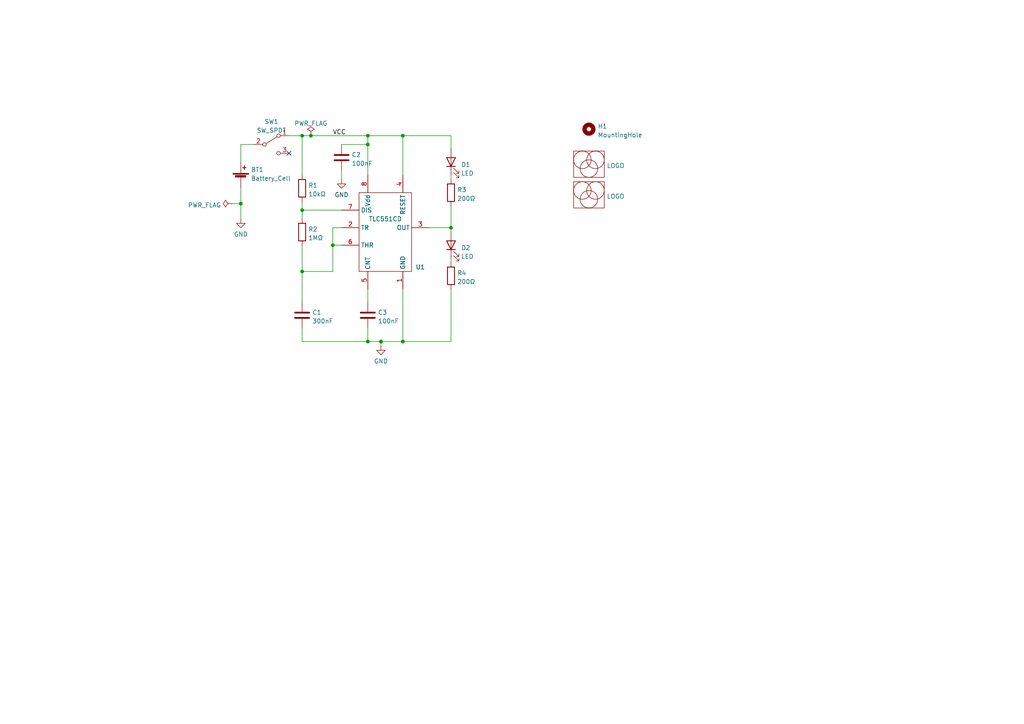
<source format=kicad_sch>
(kicad_sch (version 20211123) (generator eeschema)
  (paper "A4")
  (lib_symbols
    (symbol "Blinky:LOGO"
      (property "Value" "LOGO" (at 0 5.08 0))
      (symbol "LOGO_0_1"
        (rectangle (start -4.445 3.81) (end 4.445 -3.81) (stroke (width 0.1524)))
        (circle (center -1.905 1.27) (radius 2.54) (stroke (width 0.1524)))
        (circle (center 0 -1.27) (radius 2.54) (stroke (width 0.1524)))
        (circle (center 1.905 1.27) (radius 2.54) (stroke (width 0.1524)))
      )
    )
    (symbol "Blinky:TLC551CD‎"
      (property "Reference" "U" (at 10.16 -12.7 0))
      (property "Value" "TLC551CD‎" (at 0 2.54 0))
      (symbol "TLC551CD‎_0_1"
        (rectangle (start -7.62 10.16) (end 7.62 -12.7) (stroke (width 0.1524)))
      )
      (symbol "TLC551CD‎_1_1"
        (pin passive line (at 5.08 -17.78 90) (length 5.08) (name "GND") (number "1"))
        (pin input line (at -12.7 0 0) (length 5.08) (name "TR") (number "2"))
        (pin input line (at 12.7 0 180) (length 5.08) (name "OUT") (number "3"))
        (pin input line (at 5.08 15.24 270) (length 5.08) (name "RESET") (number "4"))
        (pin input line (at -5.08 -17.78 90) (length 5.08) (name "CNT") (number "5"))
        (pin input line (at -12.7 -5.08 0) (length 5.08) (name "THR") (number "6"))
        (pin input line (at -12.7 5.08 0) (length 5.08) (name "DIS") (number "7"))
        (pin power_in line (at -5.08 15.24 270) (length 5.08) (name "Vdd") (number "8"))
      )
    )
    (symbol "Device:Battery_Cell" (pin_numbers hide) (pin_names (offset 0) hide)
      (property "Reference" "BT" (at 2.54 2.54 0))
      (property "Value" "Battery_Cell" (at 2.54 0 0))
      (symbol "Battery_Cell_0_1"
        (rectangle (start -2.286 1.778) (end 2.286 1.524) (fill (type outline)))
        (rectangle (start -1.5748 1.1938) (end 1.4732 0.6858) (fill (type outline)))
        (polyline (pts (xy 0 0.762) (xy 0 0)))
        (polyline (pts (xy 0 1.778) (xy 0 2.54)))
        (polyline (pts (xy 0.508 3.429) (xy 1.524 3.429)) (stroke (width 0.254)))
        (polyline (pts (xy 1.016 3.937) (xy 1.016 2.921)) (stroke (width 0.254)))
      )
      (symbol "Battery_Cell_1_1"
        (pin passive line (at 0 5.08 270) (length 2.54) (name "+") (number "1"))
        (pin passive line (at 0 -2.54 90) (length 2.54) (name "-") (number "2"))
      )
    )
    (symbol "Device:C" (pin_numbers hide) (pin_names (offset 0.254))
      (property "Reference" "C" (at 0.635 2.54 0))
      (property "Value" "C" (at 0.635 -2.54 0))
      (symbol "C_0_1"
        (polyline (pts (xy -2.032 -0.762) (xy 2.032 -0.762)) (stroke (width 0.508)))
        (polyline (pts (xy -2.032 0.762) (xy 2.032 0.762)) (stroke (width 0.508)))
      )
      (symbol "C_1_1"
        (pin passive line (at 0 3.81 270) (length 2.794) (name "~") (number "1"))
        (pin passive line (at 0 -3.81 90) (length 2.794) (name "~") (number "2"))
      )
    )
    (symbol "Device:LED" (pin_numbers hide) (pin_names (offset 1.016) hide)
      (property "Reference" "D" (at 0 2.54 0))
      (property "Value" "LED" (at 0 -2.54 0))
      (symbol "LED_0_1"
        (polyline (pts (xy -1.27 -1.27) (xy -1.27 1.27)) (stroke (width 0.254)))
        (polyline (pts (xy -1.27 0) (xy 1.27 0)))
        (polyline (pts (xy 1.27 -1.27) (xy 1.27 1.27) (xy -1.27 0) (xy 1.27 -1.27)) (stroke (width 0.254)))
        (polyline (pts (xy -3.048 -0.762) (xy -4.572 -2.286) (xy -3.81 -2.286) (xy -4.572 -2.286) (xy -4.572 -1.524)))
        (polyline (pts (xy -1.778 -0.762) (xy -3.302 -2.286) (xy -2.54 -2.286) (xy -3.302 -2.286) (xy -3.302 -1.524)))
      )
      (symbol "LED_1_1"
        (pin passive line (at -3.81 0 0) (length 2.54) (name "K") (number "1"))
        (pin passive line (at 3.81 0 180) (length 2.54) (name "A") (number "2"))
      )
    )
    (symbol "Device:R" (pin_numbers hide) (pin_names (offset 0))
      (property "Reference" "R" (at 2.032 0 90))
      (property "Value" "R" (at 0 0 90))
      (symbol "R_0_1"
        (rectangle (start -1.016 -2.54) (end 1.016 2.54) (stroke (width 0.254)))
      )
      (symbol "R_1_1"
        (pin passive line (at 0 3.81 270) (length 1.27) (name "~") (number "1"))
        (pin passive line (at 0 -3.81 90) (length 1.27) (name "~") (number "2"))
      )
    )
    (symbol "Mechanical:MountingHole" (pin_names (offset 1.016))
      (property "Reference" "H" (at 0 5.08 0))
      (property "Value" "MountingHole" (at 0 3.175 0))
      (symbol "MountingHole_0_1"
        (circle (center 0 0) (radius 1.27) (stroke (width 1.27)))
      )
    )
    (symbol "Switch:SW_SPDT" (pin_names (offset 0) hide)
      (property "Reference" "SW" (at 0 4.318 0))
      (property "Value" "SW_SPDT" (at 0 -5.08 0))
      (symbol "SW_SPDT_0_0"
        (circle (center -2.032 0) (radius 0.508))
        (circle (center 2.032 -2.54) (radius 0.508))
      )
      (symbol "SW_SPDT_0_1"
        (polyline (pts (xy -1.524 0.254) (xy 1.651 2.286)))
        (circle (center 2.032 2.54) (radius 0.508))
      )
      (symbol "SW_SPDT_1_1"
        (pin passive line (at 5.08 2.54 180) (length 2.54) (name "A") (number "1"))
        (pin passive line (at -5.08 0 0) (length 2.54) (name "B") (number "2"))
        (pin passive line (at 5.08 -2.54 180) (length 2.54) (name "C") (number "3"))
      )
    )
    (symbol "power:GND" (power) (pin_names (offset 0))
      (property "Value" "GND" (at 0 -3.81 0))
      (symbol "GND_0_1"
        (polyline (pts (xy 0 0) (xy 0 -1.27) (xy 1.27 -1.27) (xy 0 -2.54) (xy -1.27 -1.27) (xy 0 -1.27)))
      )
      (symbol "GND_1_1"
        (pin power_in line (at 0 0 270) (length 0) hide (name "GND") (number "1"))
      )
    )
    (symbol "power:PWR_FLAG" (power) (pin_numbers hide) (pin_names (offset 0) hide)
      (property "Value" "PWR_FLAG" (at 0 3.81 0))
      (symbol "PWR_FLAG_0_0"
        (pin power_out line (at 0 0 90) (length 0) (name "pwr") (number "1"))
      )
      (symbol "PWR_FLAG_0_1"
        (polyline (pts (xy 0 0) (xy 0 1.27) (xy -1.016 1.905) (xy 0 2.54) (xy 1.016 1.905) (xy 0 1.27)))
      )
    )
  )
  (junction (at 87.63 78.74))
  (junction (at 130.81 66.04))
  (junction (at 90.17 39.37))
  (junction (at 87.63 60.96))
  (junction (at 106.68 41.91))
  (junction (at 69.85 59.055))
  (junction (at 87.63 39.37))
  (junction (at 116.84 99.06))
  (junction (at 96.52 71.12))
  (junction (at 116.84 39.37))
  (junction (at 110.49 99.06))
  (junction (at 106.68 99.06))
  (junction (at 106.68 39.37))
  (no_connect (at 83.82 44.45))
  (wire (pts (xy 69.85 63.5) (xy 69.85 59.055)))
  (wire (pts (xy 96.52 78.74) (xy 96.52 71.12)))
  (wire (pts (xy 106.68 39.37) (xy 106.68 41.91)))
  (wire (pts (xy 124.46 66.04) (xy 130.81 66.04)))
  (wire (pts (xy 87.63 95.25) (xy 87.63 99.06)))
  (wire (pts (xy 130.81 66.04) (xy 130.81 67.31)))
  (wire (pts (xy 116.84 83.82) (xy 116.84 99.06)))
  (wire (pts (xy 67.31 59.055) (xy 69.85 59.055)))
  (wire (pts (xy 130.81 83.82) (xy 130.81 99.06)))
  (wire (pts (xy 87.63 71.12) (xy 87.63 78.74)))
  (wire (pts (xy 116.84 99.06) (xy 130.81 99.06)))
  (wire (pts (xy 130.81 59.69) (xy 130.81 66.04)))
  (wire (pts (xy 90.17 39.37) (xy 106.68 39.37)))
  (wire (pts (xy 87.63 39.37) (xy 87.63 50.8)))
  (wire (pts (xy 96.52 66.04) (xy 96.52 71.12)))
  (wire (pts (xy 130.81 50.8) (xy 130.81 52.07)))
  (wire (pts (xy 116.84 39.37) (xy 116.84 50.8)))
  (wire (pts (xy 87.63 60.96) (xy 99.06 60.96)))
  (wire (pts (xy 130.81 39.37) (xy 130.81 43.18)))
  (wire (pts (xy 99.06 66.04) (xy 96.52 66.04)))
  (wire (pts (xy 87.63 78.74) (xy 87.63 87.63)))
  (wire (pts (xy 99.06 41.91) (xy 106.68 41.91)))
  (wire (pts (xy 96.52 71.12) (xy 99.06 71.12)))
  (wire (pts (xy 110.49 99.06) (xy 106.68 99.06)))
  (wire (pts (xy 69.85 59.055) (xy 69.85 54.61)))
  (wire (pts (xy 69.85 41.91) (xy 69.85 46.99)))
  (wire (pts (xy 110.49 99.06) (xy 110.49 100.33)))
  (wire (pts (xy 106.68 41.91) (xy 106.68 50.8)))
  (wire (pts (xy 99.06 49.53) (xy 99.06 52.07)))
  (wire (pts (xy 87.63 58.42) (xy 87.63 60.96)))
  (wire (pts (xy 106.68 39.37) (xy 116.84 39.37)))
  (wire (pts (xy 116.84 99.06) (xy 110.49 99.06)))
  (wire (pts (xy 87.63 60.96) (xy 87.63 63.5)))
  (wire (pts (xy 106.68 83.82) (xy 106.68 87.63)))
  (wire (pts (xy 130.81 74.93) (xy 130.81 76.2)))
  (wire (pts (xy 83.82 39.37) (xy 87.63 39.37)))
  (wire (pts (xy 69.85 41.91) (xy 73.66 41.91)))
  (wire (pts (xy 106.68 99.06) (xy 106.68 95.25)))
  (wire (pts (xy 116.84 39.37) (xy 130.81 39.37)))
  (wire (pts (xy 87.63 78.74) (xy 96.52 78.74)))
  (wire (pts (xy 87.63 99.06) (xy 106.68 99.06)))
  (wire (pts (xy 87.63 39.37) (xy 90.17 39.37)))
  (label "VCC" (at 96.52 39.37 0))
  (symbol (lib_id "Device:C") (at 106.68 91.44 0) (unit 1)
    (property "Reference" "C3" (at 109.601 90.6053 0) (effects (justify left)))
    (property "Value" "100nF" (at 109.601 93.1422 0) (effects (justify left)))
    (property "Footprint" "Capacitor_SMD:C_0805_2012Metric_Pad1.18x1.45mm_HandSolder" (effects hide))
  )
  (symbol (lib_id "Blinky:LOGO") (at 170.815 47.625 0) (unit 1)
    (property "Reference" "LG1" (effects hide))
    (property "Value" "LOGO" (at 175.9712 48.0588 0) (effects (justify left)))
    (property "Footprint" "Blinky_ZAM:ZAM_LOGO_440" (effects hide))
    (property "Reference" "LG1" (effects hide))
    (property "Value" "LOGO" (effects hide))
  )
  (symbol (lib_id "Blinky:TLC551CD‎") (at 111.76 66.04 0) (unit 1)
    (property "Reference" "U1" (at 121.92 77.47 0))
    (property "Value" "TLC551CD‎" (at 111.76 63.5 0))
    (property "Footprint" "Package_SO:SOIC-8_3.9x4.9mm_P1.27mm" (effects hide))
    (property "Datasheet" "https://www.ti.com/lit/ds/symlink/tlc551.pdf" (effects hide))
  )
  (symbol (lib_id "Device:R") (at 130.81 80.01 0) (unit 1)
    (property "Reference" "R4" (at 132.588 79.1753 0) (effects (justify left)))
    (property "Value" "200Ω" (at 132.588 81.7122 0) (effects (justify left)))
    (property "Footprint" "Resistor_SMD:R_0805_2012Metric_Pad1.20x1.40mm_HandSolder" (effects hide))
  )
  (symbol (lib_id "Mechanical:MountingHole") (at 170.815 37.465 0) (unit 1)
    (property "Reference" "H1" (at 173.355 36.6303 0) (effects (justify left)))
    (property "Value" "MountingHole" (at 173.355 39.1672 0) (effects (justify left)))
    (property "Footprint" "MountingHole:MountingHole_3mm" (effects hide))
    (property "Reference" "H1" (effects hide))
    (property "Value" "MountingHole" (effects hide))
  )
  (symbol (lib_id "Device:LED") (at 130.81 46.99 90) (unit 1)
    (property "Reference" "D1" (at 133.731 47.7428 90) (effects (justify right)))
    (property "Value" "LED" (at 133.731 50.2797 90) (effects (justify right)))
    (property "Footprint" "LED_SMD:LED_0805_2012Metric_Pad1.15x1.40mm_HandSolder" (effects hide))
  )
  (symbol (lib_id "power:GND") (at 99.06 52.07 0) (unit 1)
    (property "Reference" "#PWR02" (effects hide))
    (property "Value" "GND" (at 99.06 56.5134 0))
  )
  (symbol (lib_id "Device:R") (at 130.81 55.88 0) (unit 1)
    (property "Reference" "R3" (at 132.588 55.0453 0) (effects (justify left)))
    (property "Value" "200Ω" (at 132.588 57.5822 0) (effects (justify left)))
    (property "Footprint" "Resistor_SMD:R_0805_2012Metric_Pad1.20x1.40mm_HandSolder" (effects hide))
  )
  (symbol (lib_id "Device:C") (at 99.06 45.72 0) (unit 1)
    (property "Reference" "C2" (at 101.981 44.8853 0) (effects (justify left)))
    (property "Value" "100nF" (at 101.981 47.4222 0) (effects (justify left)))
    (property "Footprint" "Capacitor_SMD:C_0805_2012Metric_Pad1.18x1.45mm_HandSolder" (effects hide))
  )
  (symbol (lib_id "Device:Battery_Cell") (at 69.85 52.07 0) (unit 1)
    (property "Reference" "BT1" (at 72.771 49.2033 0) (effects (justify left)))
    (property "Value" "Battery_Cell" (at 72.771 51.7402 0) (effects (justify left)))
    (property "Footprint" "Battery:BatteryHolder_Keystone_3000_1x12mm" (effects hide))
  )
  (symbol (lib_id "power:GND") (at 110.49 100.33 0) (unit 1)
    (property "Reference" "#PWR03" (effects hide))
    (property "Value" "GND" (at 110.49 104.7734 0))
  )
  (symbol (lib_id "Device:C") (at 87.63 91.44 0) (unit 1)
    (property "Reference" "C1" (at 90.551 90.6053 0) (effects (justify left)))
    (property "Value" "300nF" (at 90.551 93.1422 0) (effects (justify left)))
    (property "Footprint" "Capacitor_SMD:C_0805_2012Metric_Pad1.18x1.45mm_HandSolder" (effects hide))
  )
  (symbol (lib_id "Device:R") (at 87.63 54.61 0) (unit 1)
    (property "Reference" "R1" (at 89.408 53.7753 0) (effects (justify left)))
    (property "Value" "10kΩ" (at 89.408 56.3122 0) (effects (justify left)))
    (property "Footprint" "Resistor_SMD:R_0805_2012Metric_Pad1.20x1.40mm_HandSolder" (effects hide))
  )
  (symbol (lib_id "Device:R") (at 87.63 67.31 0) (unit 1)
    (property "Reference" "R2" (at 89.408 66.4753 0) (effects (justify left)))
    (property "Value" "1MΩ" (at 89.408 69.0122 0) (effects (justify left)))
    (property "Footprint" "Resistor_SMD:R_0805_2012Metric_Pad1.20x1.40mm_HandSolder" (effects hide))
  )
  (symbol (lib_id "power:GND") (at 69.85 63.5 0) (unit 1)
    (property "Reference" "#PWR01" (effects hide))
    (property "Value" "GND" (at 69.85 67.9434 0))
  )
  (symbol (lib_id "Device:LED") (at 130.81 71.12 90) (unit 1)
    (property "Reference" "D2" (at 133.731 71.8728 90) (effects (justify right)))
    (property "Value" "LED" (at 133.731 74.4097 90) (effects (justify right)))
    (property "Footprint" "LED_SMD:LED_0805_2012Metric_Pad1.15x1.40mm_HandSolder" (effects hide))
  )
  (symbol (lib_id "power:PWR_FLAG") (at 67.31 59.055 90) (unit 1)
    (property "Reference" "#FLG0101" (effects hide))
    (property "Value" "PWR_FLAG" (at 64.1351 59.4888 90) (effects (justify left)))
  )
  (symbol (lib_id "Blinky:LOGO") (at 170.815 56.515 0) (unit 1)
    (property "Reference" "LG2" (effects hide))
    (property "Value" "LOGO" (at 175.9712 56.9488 0) (effects (justify left)))
    (property "Footprint" "Blinky_ZAM:ZAM_LOGO_440" (effects hide))
  )
  (symbol (lib_id "power:PWR_FLAG") (at 90.17 39.37 0) (unit 1)
    (property "Reference" "#FLG0102" (effects hide))
    (property "Value" "PWR_FLAG" (at 90.17 35.7942 0))
  )
  (symbol (lib_id "Switch:SW_SPDT") (at 78.74 41.91 0) (unit 1)
    (property "Reference" "SW1" (at 78.74 35.2892 0))
    (property "Value" "SW_SPDT" (at 78.74 37.8261 0))
    (property "Footprint" "Blinky_ZAM:SSK-1202" (effects hide))
    (property "Reference" "SW1" (effects hide))
    (property "Value" "SW_SPDT" (effects hide))
  )
)
</source>
